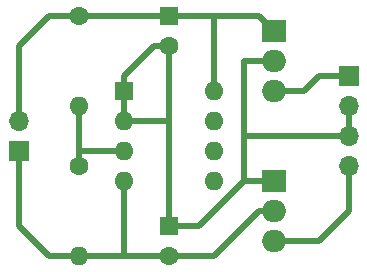
<source format=gbr>
G04 #@! TF.GenerationSoftware,KiCad,Pcbnew,5.0.0-fee4fd1~66~ubuntu18.04.1*
G04 #@! TF.CreationDate,2018-09-19T14:49:14+02:00*
G04 #@! TF.ProjectId,pwrsupply,707772737570706C792E6B696361645F,rev?*
G04 #@! TF.SameCoordinates,Original*
G04 #@! TF.FileFunction,Copper,L2,Bot,Signal*
G04 #@! TF.FilePolarity,Positive*
%FSLAX46Y46*%
G04 Gerber Fmt 4.6, Leading zero omitted, Abs format (unit mm)*
G04 Created by KiCad (PCBNEW 5.0.0-fee4fd1~66~ubuntu18.04.1) date Wed Sep 19 14:49:14 2018*
%MOMM*%
%LPD*%
G01*
G04 APERTURE LIST*
G04 #@! TA.AperFunction,ComponentPad*
%ADD10R,1.600000X1.600000*%
G04 #@! TD*
G04 #@! TA.AperFunction,ComponentPad*
%ADD11C,1.600000*%
G04 #@! TD*
G04 #@! TA.AperFunction,ComponentPad*
%ADD12O,1.600000X1.600000*%
G04 #@! TD*
G04 #@! TA.AperFunction,ComponentPad*
%ADD13R,2.000000X1.905000*%
G04 #@! TD*
G04 #@! TA.AperFunction,ComponentPad*
%ADD14O,2.000000X1.905000*%
G04 #@! TD*
G04 #@! TA.AperFunction,ComponentPad*
%ADD15R,1.700000X1.700000*%
G04 #@! TD*
G04 #@! TA.AperFunction,ComponentPad*
%ADD16O,1.700000X1.700000*%
G04 #@! TD*
G04 #@! TA.AperFunction,Conductor*
%ADD17C,0.500000*%
G04 #@! TD*
G04 APERTURE END LIST*
D10*
G04 #@! TO.P,C1,1*
G04 #@! TO.N,Net-(C1-Pad1)*
X102870000Y-64770000D03*
D11*
G04 #@! TO.P,C1,2*
G04 #@! TO.N,Net-(C1-Pad2)*
X102870000Y-67270000D03*
G04 #@! TD*
G04 #@! TO.P,C2,2*
G04 #@! TO.N,Net-(C2-Pad2)*
X102870000Y-85050000D03*
D10*
G04 #@! TO.P,C2,1*
G04 #@! TO.N,Net-(C1-Pad2)*
X102870000Y-82550000D03*
G04 #@! TD*
D11*
G04 #@! TO.P,R1,1*
G04 #@! TO.N,Net-(C1-Pad1)*
X95250000Y-64770000D03*
D12*
G04 #@! TO.P,R1,2*
G04 #@! TO.N,Net-(R1-Pad2)*
X95250000Y-72390000D03*
G04 #@! TD*
G04 #@! TO.P,R2,2*
G04 #@! TO.N,Net-(C2-Pad2)*
X95250000Y-85090000D03*
D11*
G04 #@! TO.P,R2,1*
G04 #@! TO.N,Net-(R1-Pad2)*
X95250000Y-77470000D03*
G04 #@! TD*
D10*
G04 #@! TO.P,U1,1*
G04 #@! TO.N,Net-(C1-Pad2)*
X99060000Y-71120000D03*
D12*
G04 #@! TO.P,U1,5*
G04 #@! TO.N,N/C*
X106680000Y-78740000D03*
G04 #@! TO.P,U1,2*
G04 #@! TO.N,Net-(C1-Pad2)*
X99060000Y-73660000D03*
G04 #@! TO.P,U1,6*
G04 #@! TO.N,N/C*
X106680000Y-76200000D03*
G04 #@! TO.P,U1,3*
G04 #@! TO.N,Net-(R1-Pad2)*
X99060000Y-76200000D03*
G04 #@! TO.P,U1,7*
G04 #@! TO.N,N/C*
X106680000Y-73660000D03*
G04 #@! TO.P,U1,4*
G04 #@! TO.N,Net-(C2-Pad2)*
X99060000Y-78740000D03*
G04 #@! TO.P,U1,8*
G04 #@! TO.N,Net-(C1-Pad1)*
X106680000Y-71120000D03*
G04 #@! TD*
D13*
G04 #@! TO.P,U2,1*
G04 #@! TO.N,Net-(C1-Pad1)*
X111760000Y-66040000D03*
D14*
G04 #@! TO.P,U2,2*
G04 #@! TO.N,Net-(C1-Pad2)*
X111760000Y-68580000D03*
G04 #@! TO.P,U2,3*
G04 #@! TO.N,Net-(J2-Pad1)*
X111760000Y-71120000D03*
G04 #@! TD*
G04 #@! TO.P,U3,3*
G04 #@! TO.N,Net-(J2-Pad4)*
X111760000Y-83820000D03*
G04 #@! TO.P,U3,2*
G04 #@! TO.N,Net-(C2-Pad2)*
X111760000Y-81280000D03*
D13*
G04 #@! TO.P,U3,1*
G04 #@! TO.N,Net-(C1-Pad2)*
X111760000Y-78740000D03*
G04 #@! TD*
D15*
G04 #@! TO.P,J1,1*
G04 #@! TO.N,Net-(C2-Pad2)*
X90170000Y-76200000D03*
D16*
G04 #@! TO.P,J1,2*
G04 #@! TO.N,Net-(C1-Pad1)*
X90170000Y-73660000D03*
G04 #@! TD*
D15*
G04 #@! TO.P,J2,1*
G04 #@! TO.N,Net-(J2-Pad1)*
X118110000Y-69850000D03*
D16*
G04 #@! TO.P,J2,2*
G04 #@! TO.N,Net-(C1-Pad2)*
X118110000Y-72390000D03*
G04 #@! TO.P,J2,3*
X118110000Y-74930000D03*
G04 #@! TO.P,J2,4*
G04 #@! TO.N,Net-(J2-Pad4)*
X118110000Y-77470000D03*
G04 #@! TD*
D17*
G04 #@! TO.N,Net-(C1-Pad1)*
X90170000Y-73660000D02*
X90170000Y-67310000D01*
X90170000Y-67310000D02*
X92710000Y-64770000D01*
X92710000Y-64770000D02*
X95250000Y-64770000D01*
X95250000Y-64770000D02*
X102870000Y-64770000D01*
X106680000Y-71120000D02*
X106680000Y-64770000D01*
X102870000Y-64770000D02*
X106680000Y-64770000D01*
X111760000Y-66040000D02*
X110490000Y-64770000D01*
X110490000Y-64770000D02*
X109220000Y-64770000D01*
X106680000Y-64770000D02*
X109220000Y-64770000D01*
X109220000Y-64770000D02*
X109855000Y-64770000D01*
G04 #@! TO.N,Net-(C1-Pad2)*
X99060000Y-73660000D02*
X99060000Y-71120000D01*
X101610000Y-67270000D02*
X102870000Y-67270000D01*
X99060000Y-71120000D02*
X99060000Y-69820000D01*
X99060000Y-69820000D02*
X101610000Y-67270000D01*
X99060000Y-73660000D02*
X102870000Y-73660000D01*
X102870000Y-67270000D02*
X102870000Y-73660000D01*
X118110000Y-74930000D02*
X111760000Y-74930000D01*
X111760000Y-74930000D02*
X109220000Y-74930000D01*
X102870000Y-74930000D02*
X102870000Y-73660000D01*
X102870000Y-81280000D02*
X102870000Y-74930000D01*
X102870000Y-82550000D02*
X102870000Y-81280000D01*
X111760000Y-78740000D02*
X109220000Y-78740000D01*
X109220000Y-74930000D02*
X109220000Y-78740000D01*
X102870000Y-82550000D02*
X105410000Y-82550000D01*
X105410000Y-82550000D02*
X109220000Y-78740000D01*
X118110000Y-74930000D02*
X118110000Y-72390000D01*
X109220000Y-68580000D02*
X109220000Y-74930000D01*
X111760000Y-68580000D02*
X109220000Y-68580000D01*
G04 #@! TO.N,Net-(C2-Pad2)*
X102830000Y-85090000D02*
X102870000Y-85050000D01*
X90170000Y-76200000D02*
X90170000Y-82550000D01*
X92710000Y-85090000D02*
X95250000Y-85090000D01*
X90170000Y-82550000D02*
X92710000Y-85090000D01*
X99060000Y-78740000D02*
X99060000Y-85090000D01*
X95250000Y-85090000D02*
X99060000Y-85090000D01*
X99060000Y-85090000D02*
X102830000Y-85090000D01*
X102870000Y-85050000D02*
X106720000Y-85050000D01*
X106720000Y-85050000D02*
X110490000Y-81280000D01*
X110490000Y-81280000D02*
X111760000Y-81280000D01*
G04 #@! TO.N,Net-(J2-Pad1)*
X111760000Y-71120000D02*
X114300000Y-71120000D01*
X115570000Y-69850000D02*
X118110000Y-69850000D01*
X114300000Y-71120000D02*
X115570000Y-69850000D01*
G04 #@! TO.N,Net-(R1-Pad2)*
X95250000Y-72390000D02*
X95250000Y-77470000D01*
X99060000Y-76200000D02*
X95250000Y-76200000D01*
G04 #@! TO.N,Net-(J2-Pad4)*
X118110000Y-81280000D02*
X118110000Y-77470000D01*
X111760000Y-83820000D02*
X115570000Y-83820000D01*
X115570000Y-83820000D02*
X118110000Y-81280000D01*
G04 #@! TD*
M02*

</source>
